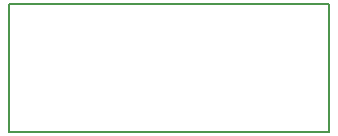
<source format=gm1>
G04 MADE WITH FRITZING*
G04 WWW.FRITZING.ORG*
G04 DOUBLE SIDED*
G04 HOLES PLATED*
G04 CONTOUR ON CENTER OF CONTOUR VECTOR*
%ASAXBY*%
%FSLAX23Y23*%
%MOIN*%
%OFA0B0*%
%SFA1.0B1.0*%
%ADD10R,1.074800X0.433071*%
%ADD11C,0.008000*%
%ADD10C,0.008*%
%LNCONTOUR*%
G90*
G70*
G54D10*
G54D11*
X4Y429D02*
X1071Y429D01*
X1071Y4D01*
X4Y4D01*
X4Y429D01*
D02*
G04 End of contour*
M02*
</source>
